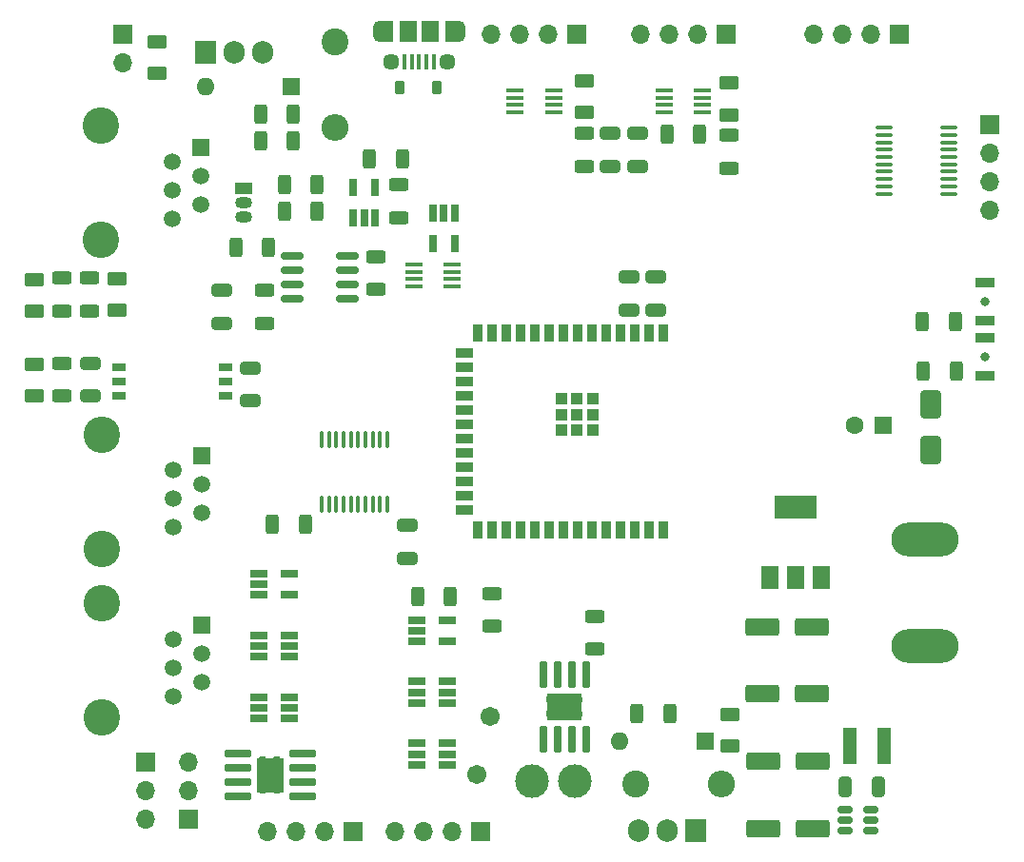
<source format=gbr>
%TF.GenerationSoftware,KiCad,Pcbnew,7.0.6*%
%TF.CreationDate,2023-12-17T15:55:11-05:00*%
%TF.ProjectId,Arch_Bridge,41726368-5f42-4726-9964-67652e6b6963,rev?*%
%TF.SameCoordinates,Original*%
%TF.FileFunction,Soldermask,Top*%
%TF.FilePolarity,Negative*%
%FSLAX46Y46*%
G04 Gerber Fmt 4.6, Leading zero omitted, Abs format (unit mm)*
G04 Created by KiCad (PCBNEW 7.0.6) date 2023-12-17 15:55:11*
%MOMM*%
%LPD*%
G01*
G04 APERTURE LIST*
G04 Aperture macros list*
%AMRoundRect*
0 Rectangle with rounded corners*
0 $1 Rounding radius*
0 $2 $3 $4 $5 $6 $7 $8 $9 X,Y pos of 4 corners*
0 Add a 4 corners polygon primitive as box body*
4,1,4,$2,$3,$4,$5,$6,$7,$8,$9,$2,$3,0*
0 Add four circle primitives for the rounded corners*
1,1,$1+$1,$2,$3*
1,1,$1+$1,$4,$5*
1,1,$1+$1,$6,$7*
1,1,$1+$1,$8,$9*
0 Add four rect primitives between the rounded corners*
20,1,$1+$1,$2,$3,$4,$5,0*
20,1,$1+$1,$4,$5,$6,$7,0*
20,1,$1+$1,$6,$7,$8,$9,0*
20,1,$1+$1,$8,$9,$2,$3,0*%
G04 Aperture macros list end*
%ADD10RoundRect,0.250000X0.625000X-0.375000X0.625000X0.375000X-0.625000X0.375000X-0.625000X-0.375000X0*%
%ADD11RoundRect,0.250000X0.312500X0.625000X-0.312500X0.625000X-0.312500X-0.625000X0.312500X-0.625000X0*%
%ADD12C,0.800000*%
%ADD13R,1.700000X0.900000*%
%ADD14RoundRect,0.250000X-0.625000X0.375000X-0.625000X-0.375000X0.625000X-0.375000X0.625000X0.375000X0*%
%ADD15R,1.560000X0.650000*%
%ADD16RoundRect,0.250000X-0.625000X0.312500X-0.625000X-0.312500X0.625000X-0.312500X0.625000X0.312500X0*%
%ADD17RoundRect,0.250000X1.250000X0.550000X-1.250000X0.550000X-1.250000X-0.550000X1.250000X-0.550000X0*%
%ADD18R,1.700000X1.700000*%
%ADD19O,1.700000X1.700000*%
%ADD20RoundRect,0.250000X-0.312500X-0.625000X0.312500X-0.625000X0.312500X0.625000X-0.312500X0.625000X0*%
%ADD21RoundRect,0.250000X-0.650000X0.325000X-0.650000X-0.325000X0.650000X-0.325000X0.650000X0.325000X0*%
%ADD22R,1.300000X0.800000*%
%ADD23R,0.400000X1.350000*%
%ADD24O,1.200000X1.900000*%
%ADD25R,1.200000X1.900000*%
%ADD26C,1.450000*%
%ADD27R,1.500000X1.900000*%
%ADD28C,3.000000*%
%ADD29R,2.400000X3.100000*%
%ADD30RoundRect,0.070000X1.100000X0.250000X-1.100000X0.250000X-1.100000X-0.250000X1.100000X-0.250000X0*%
%ADD31C,0.770000*%
%ADD32C,3.250000*%
%ADD33R,1.520000X1.520000*%
%ADD34C,1.520000*%
%ADD35RoundRect,0.150000X-0.512500X-0.150000X0.512500X-0.150000X0.512500X0.150000X-0.512500X0.150000X0*%
%ADD36RoundRect,0.250000X0.650000X-0.325000X0.650000X0.325000X-0.650000X0.325000X-0.650000X-0.325000X0*%
%ADD37R,1.600000X0.300000*%
%ADD38RoundRect,0.150000X0.825000X0.150000X-0.825000X0.150000X-0.825000X-0.150000X0.825000X-0.150000X0*%
%ADD39R,0.900000X1.500000*%
%ADD40R,1.500000X0.900000*%
%ADD41R,1.000000X1.000000*%
%ADD42R,0.650000X1.560000*%
%ADD43R,1.500000X2.000000*%
%ADD44R,3.800000X2.000000*%
%ADD45R,1.600000X1.600000*%
%ADD46C,1.600000*%
%ADD47RoundRect,0.250000X0.625000X-0.312500X0.625000X0.312500X-0.625000X0.312500X-0.625000X-0.312500X0*%
%ADD48C,2.400000*%
%ADD49O,2.400000X2.400000*%
%ADD50RoundRect,0.100000X-0.100000X0.637500X-0.100000X-0.637500X0.100000X-0.637500X0.100000X0.637500X0*%
%ADD51R,1.200000X3.300000*%
%ADD52RoundRect,0.250000X0.650000X-1.000000X0.650000X1.000000X-0.650000X1.000000X-0.650000X-1.000000X0*%
%ADD53RoundRect,0.225000X-0.225000X-0.375000X0.225000X-0.375000X0.225000X0.375000X-0.225000X0.375000X0*%
%ADD54R,1.500000X1.050000*%
%ADD55O,1.500000X1.050000*%
%ADD56R,1.905000X2.000000*%
%ADD57O,1.905000X2.000000*%
%ADD58R,3.100000X2.400000*%
%ADD59RoundRect,0.070000X-0.250000X1.100000X-0.250000X-1.100000X0.250000X-1.100000X0.250000X1.100000X0*%
%ADD60O,1.600000X1.600000*%
%ADD61O,6.000000X3.000000*%
%ADD62C,1.710000*%
%ADD63RoundRect,0.100000X-0.637500X-0.100000X0.637500X-0.100000X0.637500X0.100000X-0.637500X0.100000X0*%
%ADD64RoundRect,0.250000X-0.325000X-0.650000X0.325000X-0.650000X0.325000X0.650000X-0.325000X0.650000X0*%
G04 APERTURE END LIST*
D10*
%TO.C,F2*%
X32950000Y-25300000D03*
X32950000Y-22500000D03*
%TD*%
D11*
%TO.C,R3*%
X47162500Y-37550000D03*
X44237500Y-37550000D03*
%TD*%
D12*
%TO.C,BOOT1*%
X106600000Y-50475000D03*
D13*
X106600000Y-48775000D03*
X106600000Y-52175000D03*
%TD*%
D14*
%TO.C,D4*%
X22000000Y-51200000D03*
X22000000Y-54000000D03*
%TD*%
D15*
%TO.C,U16*%
X56050000Y-73925000D03*
X56050000Y-74875000D03*
X56050000Y-75825000D03*
X58750000Y-75825000D03*
X58750000Y-73925000D03*
%TD*%
D16*
%TO.C,R21*%
X83800000Y-30800000D03*
X83800000Y-33725000D03*
%TD*%
%TO.C,R6*%
X42525000Y-44575000D03*
X42525000Y-47500000D03*
%TD*%
D17*
%TO.C,C4*%
X91200000Y-74530000D03*
X86800000Y-74530000D03*
%TD*%
D11*
%TO.C,R23*%
X59012500Y-71800000D03*
X56087500Y-71800000D03*
%TD*%
D18*
%TO.C,JP3*%
X31950000Y-86550000D03*
D19*
X31950000Y-89090000D03*
X31950000Y-91630000D03*
%TD*%
D20*
%TO.C,R5*%
X39925000Y-40750000D03*
X42850000Y-40750000D03*
%TD*%
D21*
%TO.C,C10*%
X55200000Y-65475000D03*
X55200000Y-68425000D03*
%TD*%
D10*
%TO.C,D1*%
X29400000Y-46375000D03*
X29400000Y-43575000D03*
%TD*%
D16*
%TO.C,R4*%
X54450000Y-35187500D03*
X54450000Y-38112500D03*
%TD*%
D22*
%TO.C,U6*%
X29500000Y-51460000D03*
X29500000Y-52730000D03*
X29500000Y-54000000D03*
X39000000Y-54000000D03*
X39000000Y-52730000D03*
X39000000Y-51460000D03*
%TD*%
D10*
%TO.C,D8*%
X70900000Y-28700000D03*
X70900000Y-25900000D03*
%TD*%
D23*
%TO.C,USB1*%
X57550000Y-24212500D03*
X56900000Y-24212500D03*
X56250000Y-24212500D03*
X55600000Y-24212500D03*
X54950000Y-24212500D03*
D24*
X59750000Y-21512500D03*
D25*
X59150000Y-21512500D03*
D26*
X58750000Y-24212500D03*
D27*
X57250000Y-21512500D03*
X55250000Y-21512500D03*
D26*
X53750000Y-24212500D03*
D25*
X53350000Y-21512500D03*
D24*
X52750000Y-21512500D03*
%TD*%
D28*
%TO.C,J1*%
X66300000Y-88250000D03*
X70100000Y-88250000D03*
%TD*%
D29*
%TO.C,U7*%
X42975000Y-87735000D03*
D30*
X45850000Y-89640000D03*
X45850000Y-88370000D03*
X45850000Y-87100000D03*
X45850000Y-85830000D03*
X40100000Y-85830000D03*
X40100000Y-87100000D03*
X40100000Y-88370000D03*
X40100000Y-89640000D03*
D31*
X43625000Y-89035000D03*
X43625000Y-87735000D03*
X43625000Y-86435000D03*
X42325000Y-89035000D03*
X42325000Y-87735000D03*
X42325000Y-86435000D03*
%TD*%
D11*
%TO.C,R17*%
X103962500Y-47350000D03*
X101037500Y-47350000D03*
%TD*%
D32*
%TO.C,LOCONET_T1*%
X27950000Y-29920000D03*
X27950000Y-40080000D03*
D33*
X36840000Y-31830000D03*
D34*
X34300000Y-33100000D03*
X36840000Y-34370000D03*
X34300000Y-35640000D03*
X36840000Y-36910000D03*
X34300000Y-38180000D03*
%TD*%
D35*
%TO.C,U1*%
X94112500Y-90800000D03*
X94112500Y-91750000D03*
X94112500Y-92700000D03*
X96387500Y-92700000D03*
X96387500Y-91750000D03*
X96387500Y-90800000D03*
%TD*%
D18*
%TO.C,JP2*%
X35750000Y-91630000D03*
D19*
X35750000Y-89090000D03*
X35750000Y-86550000D03*
%TD*%
D36*
%TO.C,CU11*%
X77290000Y-46370000D03*
X77290000Y-43420000D03*
%TD*%
D15*
%TO.C,U10*%
X42022500Y-69800000D03*
X42022500Y-70750000D03*
X42022500Y-71700000D03*
X44722500Y-71700000D03*
X44722500Y-69800000D03*
%TD*%
D37*
%TO.C,U12*%
X64800000Y-26775000D03*
X64800000Y-27425000D03*
X64800000Y-28075000D03*
X64800000Y-28725000D03*
X68200000Y-28725000D03*
X68200000Y-28075000D03*
X68200000Y-27425000D03*
X68200000Y-26775000D03*
%TD*%
D38*
%TO.C,U3*%
X49900000Y-45350000D03*
X49900000Y-44080000D03*
X49900000Y-42810000D03*
X49900000Y-41540000D03*
X44950000Y-41540000D03*
X44950000Y-42810000D03*
X44950000Y-44080000D03*
X44950000Y-45350000D03*
%TD*%
D18*
%TO.C,J3*%
X107025000Y-29835000D03*
D19*
X107025000Y-32375000D03*
X107025000Y-34915000D03*
X107025000Y-37455000D03*
%TD*%
D39*
%TO.C,U11*%
X78010000Y-48395000D03*
X76740000Y-48395000D03*
X75470000Y-48395000D03*
X74200000Y-48395000D03*
X72930000Y-48395000D03*
X71660000Y-48395000D03*
X70390000Y-48395000D03*
X69120000Y-48395000D03*
X67850000Y-48395000D03*
X66580000Y-48395000D03*
X65310000Y-48395000D03*
X64040000Y-48395000D03*
X62770000Y-48395000D03*
X61500000Y-48395000D03*
D40*
X60250000Y-50160000D03*
X60250000Y-51430000D03*
X60250000Y-52700000D03*
X60250000Y-53970000D03*
X60250000Y-55240000D03*
X60250000Y-56510000D03*
X60250000Y-57780000D03*
X60250000Y-59050000D03*
X60250000Y-60320000D03*
X60250000Y-61590000D03*
X60250000Y-62860000D03*
X60250000Y-64130000D03*
D39*
X61500000Y-65895000D03*
X62770000Y-65895000D03*
X64040000Y-65895000D03*
X65310000Y-65895000D03*
X66580000Y-65895000D03*
X67850000Y-65895000D03*
X69120000Y-65895000D03*
X70390000Y-65895000D03*
X71660000Y-65895000D03*
X72930000Y-65895000D03*
X74200000Y-65895000D03*
X75470000Y-65895000D03*
X76740000Y-65895000D03*
X78010000Y-65895000D03*
D41*
X71690000Y-54245000D03*
X70290000Y-54245000D03*
X68890000Y-54245000D03*
X71690000Y-55645000D03*
X70290000Y-55645000D03*
X68890000Y-55645000D03*
X71690000Y-57045000D03*
X70290000Y-57045000D03*
X68890000Y-57045000D03*
%TD*%
D42*
%TO.C,U4*%
X50400000Y-38100000D03*
X51350000Y-38100000D03*
X52300000Y-38100000D03*
X52300000Y-35400000D03*
X50400000Y-35400000D03*
%TD*%
D43*
%TO.C,U2*%
X87450000Y-70150000D03*
X89750000Y-70150000D03*
D44*
X89750000Y-63850000D03*
D43*
X92050000Y-70150000D03*
%TD*%
D15*
%TO.C,U9*%
X42022500Y-75300000D03*
X42022500Y-76250000D03*
X42022500Y-77200000D03*
X44722500Y-77200000D03*
X44722500Y-76250000D03*
X44722500Y-75300000D03*
%TD*%
D18*
%TO.C,JP1*%
X29900000Y-21810000D03*
D19*
X29900000Y-24350000D03*
%TD*%
D11*
%TO.C,R10*%
X45075000Y-28900000D03*
X42150000Y-28900000D03*
%TD*%
D45*
%TO.C,CB1*%
X97500000Y-56625000D03*
D46*
X95000000Y-56625000D03*
%TD*%
D16*
%TO.C,R18*%
X71875000Y-73575000D03*
X71875000Y-76500000D03*
%TD*%
D17*
%TO.C,C1*%
X91225000Y-92500000D03*
X86825000Y-92500000D03*
%TD*%
D47*
%TO.C,R8*%
X24500000Y-46425000D03*
X24500000Y-43500000D03*
%TD*%
D20*
%TO.C,R2*%
X44237500Y-35200000D03*
X47162500Y-35200000D03*
%TD*%
D16*
%TO.C,R1*%
X26925000Y-43475000D03*
X26925000Y-46400000D03*
%TD*%
D11*
%TO.C,R15*%
X78562500Y-82275000D03*
X75637500Y-82275000D03*
%TD*%
D48*
%TO.C,R14*%
X75555000Y-88545000D03*
D49*
X83175000Y-88545000D03*
%TD*%
D42*
%TO.C,U5*%
X59400000Y-37750000D03*
X58450000Y-37750000D03*
X57500000Y-37750000D03*
X57500000Y-40450000D03*
X59400000Y-40450000D03*
%TD*%
D17*
%TO.C,C3*%
X91200000Y-80500000D03*
X86800000Y-80500000D03*
%TD*%
D47*
%TO.C,R7*%
X52400000Y-44525000D03*
X52400000Y-41600000D03*
%TD*%
D50*
%TO.C,U19*%
X53425000Y-57887500D03*
X52775000Y-57887500D03*
X52125000Y-57887500D03*
X51475000Y-57887500D03*
X50825000Y-57887500D03*
X50175000Y-57887500D03*
X49525000Y-57887500D03*
X48875000Y-57887500D03*
X48225000Y-57887500D03*
X47575000Y-57887500D03*
X47575000Y-63612500D03*
X48225000Y-63612500D03*
X48875000Y-63612500D03*
X49525000Y-63612500D03*
X50175000Y-63612500D03*
X50825000Y-63612500D03*
X51475000Y-63612500D03*
X52125000Y-63612500D03*
X52775000Y-63612500D03*
X53425000Y-63612500D03*
%TD*%
D11*
%TO.C,R16*%
X81212500Y-30650000D03*
X78287500Y-30650000D03*
%TD*%
D51*
%TO.C,L1*%
X97625000Y-85125000D03*
X94525000Y-85125000D03*
%TD*%
D52*
%TO.C,D6*%
X101750000Y-58750000D03*
X101750000Y-54750000D03*
%TD*%
D15*
%TO.C,U8*%
X42022500Y-80800000D03*
X42022500Y-81750000D03*
X42022500Y-82700000D03*
X44722500Y-82700000D03*
X44722500Y-81750000D03*
X44722500Y-80800000D03*
%TD*%
D12*
%TO.C,RESET1*%
X106600000Y-45600000D03*
D13*
X106600000Y-43900000D03*
X106600000Y-47300000D03*
%TD*%
D32*
%TO.C,LOCONET_B2*%
X28000000Y-57420000D03*
X28000000Y-67580000D03*
D33*
X36890000Y-59330000D03*
D34*
X34350000Y-60600000D03*
X36890000Y-61870000D03*
X34350000Y-63140000D03*
X36890000Y-64410000D03*
X34350000Y-65680000D03*
%TD*%
D10*
%TO.C,F3*%
X83900000Y-85100000D03*
X83900000Y-82300000D03*
%TD*%
D11*
%TO.C,R11*%
X45075000Y-31300000D03*
X42150000Y-31300000D03*
%TD*%
D21*
%TO.C,CU6*%
X41200000Y-51475000D03*
X41200000Y-54425000D03*
%TD*%
D53*
%TO.C,D9*%
X54550000Y-26500000D03*
X57850000Y-26500000D03*
%TD*%
D18*
%TO.C,DCC_1*%
X50370000Y-92750000D03*
D19*
X47830000Y-92750000D03*
X45290000Y-92750000D03*
X42750000Y-92750000D03*
%TD*%
D37*
%TO.C,U18*%
X55800000Y-42275000D03*
X55800000Y-42925000D03*
X55800000Y-43575000D03*
X55800000Y-44225000D03*
X59200000Y-44225000D03*
X59200000Y-43575000D03*
X59200000Y-42925000D03*
X59200000Y-42275000D03*
%TD*%
D20*
%TO.C,R19*%
X51837500Y-32900000D03*
X54762500Y-32900000D03*
%TD*%
D54*
%TO.C,Q1*%
X40600000Y-35550000D03*
D55*
X40600000Y-36820000D03*
X40600000Y-38090000D03*
%TD*%
D21*
%TO.C,C6*%
X27000000Y-51050000D03*
X27000000Y-54000000D03*
%TD*%
D56*
%TO.C,Q3*%
X80830000Y-92625000D03*
D57*
X78290000Y-92625000D03*
X75750000Y-92625000D03*
%TD*%
D11*
%TO.C,R22*%
X46112500Y-65375000D03*
X43187500Y-65375000D03*
%TD*%
D36*
%TO.C,C7*%
X74930000Y-46370000D03*
X74930000Y-43420000D03*
%TD*%
D15*
%TO.C,U14*%
X56050000Y-84900000D03*
X56050000Y-85850000D03*
X56050000Y-86800000D03*
X58750000Y-86800000D03*
X58750000Y-85850000D03*
X58750000Y-84900000D03*
%TD*%
D16*
%TO.C,R24*%
X70900000Y-30600000D03*
X70900000Y-33525000D03*
%TD*%
D20*
%TO.C,R20*%
X101100000Y-51750000D03*
X104025000Y-51750000D03*
%TD*%
D58*
%TO.C,U13*%
X69175000Y-81625000D03*
D59*
X71080000Y-78750000D03*
X69810000Y-78750000D03*
X68540000Y-78750000D03*
X67270000Y-78750000D03*
X67270000Y-84500000D03*
X68540000Y-84500000D03*
X69810000Y-84500000D03*
X71080000Y-84500000D03*
D31*
X70475000Y-80975000D03*
X69175000Y-80975000D03*
X67875000Y-80975000D03*
X70475000Y-82275000D03*
X69175000Y-82275000D03*
X67875000Y-82275000D03*
%TD*%
D48*
%TO.C,R9*%
X48750000Y-22500000D03*
D49*
X48750000Y-30120000D03*
%TD*%
D45*
%TO.C,D5*%
X81710000Y-84695000D03*
D60*
X74090000Y-84695000D03*
%TD*%
D61*
%TO.C,V12*%
X101225000Y-76250000D03*
X101225000Y-66750000D03*
%TD*%
D17*
%TO.C,C2*%
X91230000Y-86500000D03*
X86830000Y-86500000D03*
%TD*%
D21*
%TO.C,C11*%
X75650000Y-30575000D03*
X75650000Y-33525000D03*
%TD*%
D18*
%TO.C,J4*%
X98990000Y-21775000D03*
D19*
X96450000Y-21775000D03*
X93910000Y-21775000D03*
X91370000Y-21775000D03*
%TD*%
D18*
%TO.C,COM2*%
X70300000Y-21825000D03*
D19*
X67760000Y-21825000D03*
X65220000Y-21825000D03*
X62680000Y-21825000D03*
%TD*%
D10*
%TO.C,D7*%
X83800000Y-28950000D03*
X83800000Y-26150000D03*
%TD*%
D21*
%TO.C,C9*%
X73250000Y-30575000D03*
X73250000Y-33525000D03*
%TD*%
D45*
%TO.C,D3*%
X44832500Y-26450000D03*
D60*
X37212500Y-26450000D03*
%TD*%
D16*
%TO.C,R13*%
X62725000Y-71550000D03*
X62725000Y-74475000D03*
%TD*%
D32*
%TO.C,LOCONET_B1*%
X28000000Y-72420000D03*
X28000000Y-82580000D03*
D33*
X36890000Y-74330000D03*
D34*
X34350000Y-75600000D03*
X36890000Y-76870000D03*
X34350000Y-78140000D03*
X36890000Y-79410000D03*
X34350000Y-80680000D03*
%TD*%
D15*
%TO.C,U15*%
X56050000Y-79400000D03*
X56050000Y-80350000D03*
X56050000Y-81300000D03*
X58750000Y-81300000D03*
X58750000Y-80350000D03*
X58750000Y-79400000D03*
%TD*%
D56*
%TO.C,Q2*%
X37210000Y-23395000D03*
D57*
X39750000Y-23395000D03*
X42290000Y-23395000D03*
%TD*%
D62*
%TO.C,F4*%
X61350000Y-87625000D03*
X62550000Y-82525000D03*
%TD*%
D37*
%TO.C,U17*%
X78050000Y-26775000D03*
X78050000Y-27425000D03*
X78050000Y-28075000D03*
X78050000Y-28725000D03*
X81450000Y-28725000D03*
X81450000Y-28075000D03*
X81450000Y-27425000D03*
X81450000Y-26775000D03*
%TD*%
D18*
%TO.C,DCC_2*%
X61730000Y-92750000D03*
D19*
X59190000Y-92750000D03*
X56650000Y-92750000D03*
X54110000Y-92750000D03*
%TD*%
D63*
%TO.C,U20*%
X97637500Y-30125000D03*
X97637500Y-30775000D03*
X97637500Y-31425000D03*
X97637500Y-32075000D03*
X97637500Y-32725000D03*
X97637500Y-33375000D03*
X97637500Y-34025000D03*
X97637500Y-34675000D03*
X97637500Y-35325000D03*
X97637500Y-35975000D03*
X103362500Y-35975000D03*
X103362500Y-35325000D03*
X103362500Y-34675000D03*
X103362500Y-34025000D03*
X103362500Y-33375000D03*
X103362500Y-32725000D03*
X103362500Y-32075000D03*
X103362500Y-31425000D03*
X103362500Y-30775000D03*
X103362500Y-30125000D03*
%TD*%
D18*
%TO.C,CONSOLE1*%
X83550000Y-21825000D03*
D19*
X81010000Y-21825000D03*
X78470000Y-21825000D03*
X75930000Y-21825000D03*
%TD*%
D36*
%TO.C,C8*%
X38700000Y-47500000D03*
X38700000Y-44550000D03*
%TD*%
D10*
%TO.C,D2*%
X22000000Y-46400000D03*
X22000000Y-43600000D03*
%TD*%
D64*
%TO.C,C5*%
X94150000Y-88750000D03*
X97100000Y-88750000D03*
%TD*%
D16*
%TO.C,R12*%
X24500000Y-51075000D03*
X24500000Y-54000000D03*
%TD*%
M02*

</source>
